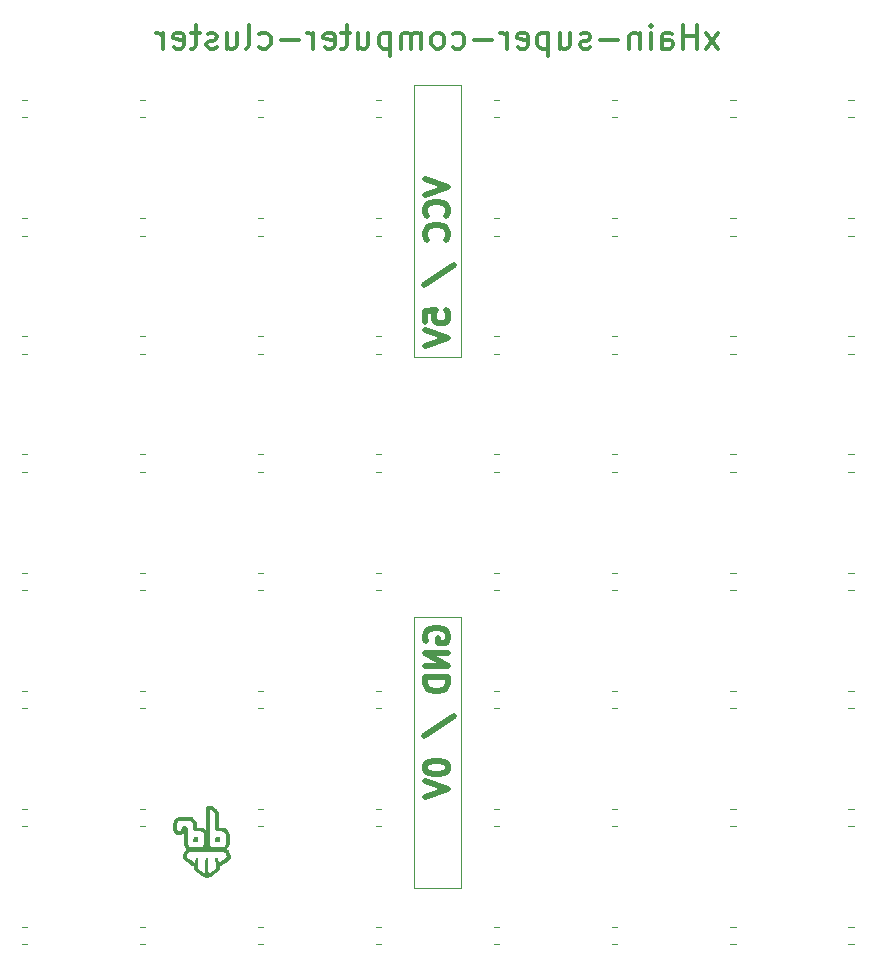
<source format=gbr>
%TF.GenerationSoftware,KiCad,Pcbnew,(5.1.9-0-10_14)*%
%TF.CreationDate,2022-01-06T22:40:05+01:00*%
%TF.ProjectId,8x8_supercomputer,3878385f-7375-4706-9572-636f6d707574,rev?*%
%TF.SameCoordinates,Original*%
%TF.FileFunction,Legend,Bot*%
%TF.FilePolarity,Positive*%
%FSLAX46Y46*%
G04 Gerber Fmt 4.6, Leading zero omitted, Abs format (unit mm)*
G04 Created by KiCad (PCBNEW (5.1.9-0-10_14)) date 2022-01-06 22:40:05*
%MOMM*%
%LPD*%
G01*
G04 APERTURE LIST*
%ADD10C,0.300000*%
%ADD11C,0.120000*%
%ADD12C,0.500000*%
%ADD13C,0.010000*%
G04 APERTURE END LIST*
D10*
X63761904Y-2904761D02*
X62714285Y-1571428D01*
X63761904Y-1571428D02*
X62714285Y-2904761D01*
X61952380Y-2904761D02*
X61952380Y-904761D01*
X61952380Y-1857142D02*
X60809523Y-1857142D01*
X60809523Y-2904761D02*
X60809523Y-904761D01*
X59000000Y-2904761D02*
X59000000Y-1857142D01*
X59095238Y-1666666D01*
X59285714Y-1571428D01*
X59666666Y-1571428D01*
X59857142Y-1666666D01*
X59000000Y-2809523D02*
X59190476Y-2904761D01*
X59666666Y-2904761D01*
X59857142Y-2809523D01*
X59952380Y-2619047D01*
X59952380Y-2428571D01*
X59857142Y-2238095D01*
X59666666Y-2142857D01*
X59190476Y-2142857D01*
X59000000Y-2047619D01*
X58047619Y-2904761D02*
X58047619Y-1571428D01*
X58047619Y-904761D02*
X58142857Y-1000000D01*
X58047619Y-1095238D01*
X57952380Y-1000000D01*
X58047619Y-904761D01*
X58047619Y-1095238D01*
X57095238Y-1571428D02*
X57095238Y-2904761D01*
X57095238Y-1761904D02*
X57000000Y-1666666D01*
X56809523Y-1571428D01*
X56523809Y-1571428D01*
X56333333Y-1666666D01*
X56238095Y-1857142D01*
X56238095Y-2904761D01*
X55285714Y-2142857D02*
X53761904Y-2142857D01*
X52904761Y-2809523D02*
X52714285Y-2904761D01*
X52333333Y-2904761D01*
X52142857Y-2809523D01*
X52047619Y-2619047D01*
X52047619Y-2523809D01*
X52142857Y-2333333D01*
X52333333Y-2238095D01*
X52619047Y-2238095D01*
X52809523Y-2142857D01*
X52904761Y-1952380D01*
X52904761Y-1857142D01*
X52809523Y-1666666D01*
X52619047Y-1571428D01*
X52333333Y-1571428D01*
X52142857Y-1666666D01*
X50333333Y-1571428D02*
X50333333Y-2904761D01*
X51190476Y-1571428D02*
X51190476Y-2619047D01*
X51095238Y-2809523D01*
X50904761Y-2904761D01*
X50619047Y-2904761D01*
X50428571Y-2809523D01*
X50333333Y-2714285D01*
X49380952Y-1571428D02*
X49380952Y-3571428D01*
X49380952Y-1666666D02*
X49190476Y-1571428D01*
X48809523Y-1571428D01*
X48619047Y-1666666D01*
X48523809Y-1761904D01*
X48428571Y-1952380D01*
X48428571Y-2523809D01*
X48523809Y-2714285D01*
X48619047Y-2809523D01*
X48809523Y-2904761D01*
X49190476Y-2904761D01*
X49380952Y-2809523D01*
X46809523Y-2809523D02*
X47000000Y-2904761D01*
X47380952Y-2904761D01*
X47571428Y-2809523D01*
X47666666Y-2619047D01*
X47666666Y-1857142D01*
X47571428Y-1666666D01*
X47380952Y-1571428D01*
X47000000Y-1571428D01*
X46809523Y-1666666D01*
X46714285Y-1857142D01*
X46714285Y-2047619D01*
X47666666Y-2238095D01*
X45857142Y-2904761D02*
X45857142Y-1571428D01*
X45857142Y-1952380D02*
X45761904Y-1761904D01*
X45666666Y-1666666D01*
X45476190Y-1571428D01*
X45285714Y-1571428D01*
X44619047Y-2142857D02*
X43095238Y-2142857D01*
X41285714Y-2809523D02*
X41476190Y-2904761D01*
X41857142Y-2904761D01*
X42047619Y-2809523D01*
X42142857Y-2714285D01*
X42238095Y-2523809D01*
X42238095Y-1952380D01*
X42142857Y-1761904D01*
X42047619Y-1666666D01*
X41857142Y-1571428D01*
X41476190Y-1571428D01*
X41285714Y-1666666D01*
X40142857Y-2904761D02*
X40333333Y-2809523D01*
X40428571Y-2714285D01*
X40523809Y-2523809D01*
X40523809Y-1952380D01*
X40428571Y-1761904D01*
X40333333Y-1666666D01*
X40142857Y-1571428D01*
X39857142Y-1571428D01*
X39666666Y-1666666D01*
X39571428Y-1761904D01*
X39476190Y-1952380D01*
X39476190Y-2523809D01*
X39571428Y-2714285D01*
X39666666Y-2809523D01*
X39857142Y-2904761D01*
X40142857Y-2904761D01*
X38619047Y-2904761D02*
X38619047Y-1571428D01*
X38619047Y-1761904D02*
X38523809Y-1666666D01*
X38333333Y-1571428D01*
X38047619Y-1571428D01*
X37857142Y-1666666D01*
X37761904Y-1857142D01*
X37761904Y-2904761D01*
X37761904Y-1857142D02*
X37666666Y-1666666D01*
X37476190Y-1571428D01*
X37190476Y-1571428D01*
X37000000Y-1666666D01*
X36904761Y-1857142D01*
X36904761Y-2904761D01*
X35952380Y-1571428D02*
X35952380Y-3571428D01*
X35952380Y-1666666D02*
X35761904Y-1571428D01*
X35380952Y-1571428D01*
X35190476Y-1666666D01*
X35095238Y-1761904D01*
X35000000Y-1952380D01*
X35000000Y-2523809D01*
X35095238Y-2714285D01*
X35190476Y-2809523D01*
X35380952Y-2904761D01*
X35761904Y-2904761D01*
X35952380Y-2809523D01*
X33285714Y-1571428D02*
X33285714Y-2904761D01*
X34142857Y-1571428D02*
X34142857Y-2619047D01*
X34047619Y-2809523D01*
X33857142Y-2904761D01*
X33571428Y-2904761D01*
X33380952Y-2809523D01*
X33285714Y-2714285D01*
X32619047Y-1571428D02*
X31857142Y-1571428D01*
X32333333Y-904761D02*
X32333333Y-2619047D01*
X32238095Y-2809523D01*
X32047619Y-2904761D01*
X31857142Y-2904761D01*
X30428571Y-2809523D02*
X30619047Y-2904761D01*
X31000000Y-2904761D01*
X31190476Y-2809523D01*
X31285714Y-2619047D01*
X31285714Y-1857142D01*
X31190476Y-1666666D01*
X31000000Y-1571428D01*
X30619047Y-1571428D01*
X30428571Y-1666666D01*
X30333333Y-1857142D01*
X30333333Y-2047619D01*
X31285714Y-2238095D01*
X29476190Y-2904761D02*
X29476190Y-1571428D01*
X29476190Y-1952380D02*
X29380952Y-1761904D01*
X29285714Y-1666666D01*
X29095238Y-1571428D01*
X28904761Y-1571428D01*
X28238095Y-2142857D02*
X26714285Y-2142857D01*
X24904761Y-2809523D02*
X25095238Y-2904761D01*
X25476190Y-2904761D01*
X25666666Y-2809523D01*
X25761904Y-2714285D01*
X25857142Y-2523809D01*
X25857142Y-1952380D01*
X25761904Y-1761904D01*
X25666666Y-1666666D01*
X25476190Y-1571428D01*
X25095238Y-1571428D01*
X24904761Y-1666666D01*
X23761904Y-2904761D02*
X23952380Y-2809523D01*
X24047619Y-2619047D01*
X24047619Y-904761D01*
X22142857Y-1571428D02*
X22142857Y-2904761D01*
X23000000Y-1571428D02*
X23000000Y-2619047D01*
X22904761Y-2809523D01*
X22714285Y-2904761D01*
X22428571Y-2904761D01*
X22238095Y-2809523D01*
X22142857Y-2714285D01*
X21285714Y-2809523D02*
X21095238Y-2904761D01*
X20714285Y-2904761D01*
X20523809Y-2809523D01*
X20428571Y-2619047D01*
X20428571Y-2523809D01*
X20523809Y-2333333D01*
X20714285Y-2238095D01*
X21000000Y-2238095D01*
X21190476Y-2142857D01*
X21285714Y-1952380D01*
X21285714Y-1857142D01*
X21190476Y-1666666D01*
X21000000Y-1571428D01*
X20714285Y-1571428D01*
X20523809Y-1666666D01*
X19857142Y-1571428D02*
X19095238Y-1571428D01*
X19571428Y-904761D02*
X19571428Y-2619047D01*
X19476190Y-2809523D01*
X19285714Y-2904761D01*
X19095238Y-2904761D01*
X17666666Y-2809523D02*
X17857142Y-2904761D01*
X18238095Y-2904761D01*
X18428571Y-2809523D01*
X18523809Y-2619047D01*
X18523809Y-1857142D01*
X18428571Y-1666666D01*
X18238095Y-1571428D01*
X17857142Y-1571428D01*
X17666666Y-1666666D01*
X17571428Y-1857142D01*
X17571428Y-2047619D01*
X18523809Y-2238095D01*
X16714285Y-2904761D02*
X16714285Y-1571428D01*
X16714285Y-1952380D02*
X16619047Y-1761904D01*
X16523809Y-1666666D01*
X16333333Y-1571428D01*
X16142857Y-1571428D01*
D11*
X38000000Y-74000000D02*
X38000000Y-51000000D01*
X42000000Y-74000000D02*
X38000000Y-74000000D01*
X42000000Y-51000000D02*
X42000000Y-74000000D01*
X38000000Y-51000000D02*
X42000000Y-51000000D01*
X38000000Y-29000000D02*
X38000000Y-6000000D01*
X42000000Y-29000000D02*
X38000000Y-29000000D01*
X42000000Y-6000000D02*
X42000000Y-29000000D01*
X38000000Y-6000000D02*
X42000000Y-6000000D01*
D12*
X39000000Y-53095238D02*
X38904761Y-52904761D01*
X38904761Y-52619047D01*
X39000000Y-52333333D01*
X39190476Y-52142857D01*
X39380952Y-52047619D01*
X39761904Y-51952380D01*
X40047619Y-51952380D01*
X40428571Y-52047619D01*
X40619047Y-52142857D01*
X40809523Y-52333333D01*
X40904761Y-52619047D01*
X40904761Y-52809523D01*
X40809523Y-53095238D01*
X40714285Y-53190476D01*
X40047619Y-53190476D01*
X40047619Y-52809523D01*
X40904761Y-54047619D02*
X38904761Y-54047619D01*
X40904761Y-55190476D01*
X38904761Y-55190476D01*
X40904761Y-56142857D02*
X38904761Y-56142857D01*
X38904761Y-56619047D01*
X39000000Y-56904761D01*
X39190476Y-57095238D01*
X39380952Y-57190476D01*
X39761904Y-57285714D01*
X40047619Y-57285714D01*
X40428571Y-57190476D01*
X40619047Y-57095238D01*
X40809523Y-56904761D01*
X40904761Y-56619047D01*
X40904761Y-56142857D01*
X38809523Y-61095238D02*
X41380952Y-59380952D01*
X38904761Y-63666666D02*
X38904761Y-63857142D01*
X39000000Y-64047619D01*
X39095238Y-64142857D01*
X39285714Y-64238095D01*
X39666666Y-64333333D01*
X40142857Y-64333333D01*
X40523809Y-64238095D01*
X40714285Y-64142857D01*
X40809523Y-64047619D01*
X40904761Y-63857142D01*
X40904761Y-63666666D01*
X40809523Y-63476190D01*
X40714285Y-63380952D01*
X40523809Y-63285714D01*
X40142857Y-63190476D01*
X39666666Y-63190476D01*
X39285714Y-63285714D01*
X39095238Y-63380952D01*
X39000000Y-63476190D01*
X38904761Y-63666666D01*
X38904761Y-64904761D02*
X40904761Y-65571428D01*
X38904761Y-66238095D01*
X38904761Y-13952380D02*
X40904761Y-14619047D01*
X38904761Y-15285714D01*
X40714285Y-17095238D02*
X40809523Y-17000000D01*
X40904761Y-16714285D01*
X40904761Y-16523809D01*
X40809523Y-16238095D01*
X40619047Y-16047619D01*
X40428571Y-15952380D01*
X40047619Y-15857142D01*
X39761904Y-15857142D01*
X39380952Y-15952380D01*
X39190476Y-16047619D01*
X39000000Y-16238095D01*
X38904761Y-16523809D01*
X38904761Y-16714285D01*
X39000000Y-17000000D01*
X39095238Y-17095238D01*
X40714285Y-19095238D02*
X40809523Y-19000000D01*
X40904761Y-18714285D01*
X40904761Y-18523809D01*
X40809523Y-18238095D01*
X40619047Y-18047619D01*
X40428571Y-17952380D01*
X40047619Y-17857142D01*
X39761904Y-17857142D01*
X39380952Y-17952380D01*
X39190476Y-18047619D01*
X39000000Y-18238095D01*
X38904761Y-18523809D01*
X38904761Y-18714285D01*
X39000000Y-19000000D01*
X39095238Y-19095238D01*
X38809523Y-22904761D02*
X41380952Y-21190476D01*
X38904761Y-26047619D02*
X38904761Y-25095238D01*
X39857142Y-25000000D01*
X39761904Y-25095238D01*
X39666666Y-25285714D01*
X39666666Y-25761904D01*
X39761904Y-25952380D01*
X39857142Y-26047619D01*
X40047619Y-26142857D01*
X40523809Y-26142857D01*
X40714285Y-26047619D01*
X40809523Y-25952380D01*
X40904761Y-25761904D01*
X40904761Y-25285714D01*
X40809523Y-25095238D01*
X40714285Y-25000000D01*
X38904761Y-26714285D02*
X40904761Y-27380952D01*
X38904761Y-28047619D01*
D11*
%TO.C,R1*%
X74772936Y-77265000D02*
X75227064Y-77265000D01*
X74772936Y-78735000D02*
X75227064Y-78735000D01*
X64772936Y-77265000D02*
X65227064Y-77265000D01*
X64772936Y-78735000D02*
X65227064Y-78735000D01*
X54772936Y-77265000D02*
X55227064Y-77265000D01*
X54772936Y-78735000D02*
X55227064Y-78735000D01*
X44772936Y-77265000D02*
X45227064Y-77265000D01*
X44772936Y-78735000D02*
X45227064Y-78735000D01*
X34772936Y-77265000D02*
X35227064Y-77265000D01*
X34772936Y-78735000D02*
X35227064Y-78735000D01*
X24772936Y-77265000D02*
X25227064Y-77265000D01*
X24772936Y-78735000D02*
X25227064Y-78735000D01*
X14772936Y-77265000D02*
X15227064Y-77265000D01*
X14772936Y-78735000D02*
X15227064Y-78735000D01*
X4772936Y-77265000D02*
X5227064Y-77265000D01*
X4772936Y-78735000D02*
X5227064Y-78735000D01*
X74772936Y-67265000D02*
X75227064Y-67265000D01*
X74772936Y-68735000D02*
X75227064Y-68735000D01*
X64772936Y-67265000D02*
X65227064Y-67265000D01*
X64772936Y-68735000D02*
X65227064Y-68735000D01*
X54772936Y-67265000D02*
X55227064Y-67265000D01*
X54772936Y-68735000D02*
X55227064Y-68735000D01*
X44772936Y-67265000D02*
X45227064Y-67265000D01*
X44772936Y-68735000D02*
X45227064Y-68735000D01*
X34772936Y-67265000D02*
X35227064Y-67265000D01*
X34772936Y-68735000D02*
X35227064Y-68735000D01*
X24772936Y-67265000D02*
X25227064Y-67265000D01*
X24772936Y-68735000D02*
X25227064Y-68735000D01*
X14772936Y-67265000D02*
X15227064Y-67265000D01*
X14772936Y-68735000D02*
X15227064Y-68735000D01*
X4772936Y-67265000D02*
X5227064Y-67265000D01*
X4772936Y-68735000D02*
X5227064Y-68735000D01*
X74772936Y-57265000D02*
X75227064Y-57265000D01*
X74772936Y-58735000D02*
X75227064Y-58735000D01*
X64772936Y-57265000D02*
X65227064Y-57265000D01*
X64772936Y-58735000D02*
X65227064Y-58735000D01*
X54772936Y-57265000D02*
X55227064Y-57265000D01*
X54772936Y-58735000D02*
X55227064Y-58735000D01*
X44772936Y-57265000D02*
X45227064Y-57265000D01*
X44772936Y-58735000D02*
X45227064Y-58735000D01*
X34772936Y-57265000D02*
X35227064Y-57265000D01*
X34772936Y-58735000D02*
X35227064Y-58735000D01*
X24772936Y-57265000D02*
X25227064Y-57265000D01*
X24772936Y-58735000D02*
X25227064Y-58735000D01*
X14772936Y-57265000D02*
X15227064Y-57265000D01*
X14772936Y-58735000D02*
X15227064Y-58735000D01*
X4772936Y-57265000D02*
X5227064Y-57265000D01*
X4772936Y-58735000D02*
X5227064Y-58735000D01*
X74772936Y-47265000D02*
X75227064Y-47265000D01*
X74772936Y-48735000D02*
X75227064Y-48735000D01*
X64772936Y-47265000D02*
X65227064Y-47265000D01*
X64772936Y-48735000D02*
X65227064Y-48735000D01*
X54772936Y-47265000D02*
X55227064Y-47265000D01*
X54772936Y-48735000D02*
X55227064Y-48735000D01*
X44772936Y-47265000D02*
X45227064Y-47265000D01*
X44772936Y-48735000D02*
X45227064Y-48735000D01*
X34772936Y-47265000D02*
X35227064Y-47265000D01*
X34772936Y-48735000D02*
X35227064Y-48735000D01*
X24772936Y-47265000D02*
X25227064Y-47265000D01*
X24772936Y-48735000D02*
X25227064Y-48735000D01*
X14772936Y-47265000D02*
X15227064Y-47265000D01*
X14772936Y-48735000D02*
X15227064Y-48735000D01*
X4772936Y-47265000D02*
X5227064Y-47265000D01*
X4772936Y-48735000D02*
X5227064Y-48735000D01*
X74772936Y-37265000D02*
X75227064Y-37265000D01*
X74772936Y-38735000D02*
X75227064Y-38735000D01*
X64772936Y-37265000D02*
X65227064Y-37265000D01*
X64772936Y-38735000D02*
X65227064Y-38735000D01*
X54772936Y-37265000D02*
X55227064Y-37265000D01*
X54772936Y-38735000D02*
X55227064Y-38735000D01*
X44772936Y-37265000D02*
X45227064Y-37265000D01*
X44772936Y-38735000D02*
X45227064Y-38735000D01*
X34772936Y-37265000D02*
X35227064Y-37265000D01*
X34772936Y-38735000D02*
X35227064Y-38735000D01*
X24772936Y-37265000D02*
X25227064Y-37265000D01*
X24772936Y-38735000D02*
X25227064Y-38735000D01*
X14772936Y-37265000D02*
X15227064Y-37265000D01*
X14772936Y-38735000D02*
X15227064Y-38735000D01*
X4772936Y-37265000D02*
X5227064Y-37265000D01*
X4772936Y-38735000D02*
X5227064Y-38735000D01*
X74772936Y-27265000D02*
X75227064Y-27265000D01*
X74772936Y-28735000D02*
X75227064Y-28735000D01*
X64772936Y-27265000D02*
X65227064Y-27265000D01*
X64772936Y-28735000D02*
X65227064Y-28735000D01*
X54772936Y-27265000D02*
X55227064Y-27265000D01*
X54772936Y-28735000D02*
X55227064Y-28735000D01*
X44772936Y-27265000D02*
X45227064Y-27265000D01*
X44772936Y-28735000D02*
X45227064Y-28735000D01*
X34772936Y-27265000D02*
X35227064Y-27265000D01*
X34772936Y-28735000D02*
X35227064Y-28735000D01*
X24772936Y-27265000D02*
X25227064Y-27265000D01*
X24772936Y-28735000D02*
X25227064Y-28735000D01*
X14772936Y-27265000D02*
X15227064Y-27265000D01*
X14772936Y-28735000D02*
X15227064Y-28735000D01*
X4772936Y-27265000D02*
X5227064Y-27265000D01*
X4772936Y-28735000D02*
X5227064Y-28735000D01*
X74772936Y-17265000D02*
X75227064Y-17265000D01*
X74772936Y-18735000D02*
X75227064Y-18735000D01*
X64772936Y-17265000D02*
X65227064Y-17265000D01*
X64772936Y-18735000D02*
X65227064Y-18735000D01*
X54772936Y-17265000D02*
X55227064Y-17265000D01*
X54772936Y-18735000D02*
X55227064Y-18735000D01*
X44772936Y-17265000D02*
X45227064Y-17265000D01*
X44772936Y-18735000D02*
X45227064Y-18735000D01*
X34772936Y-17265000D02*
X35227064Y-17265000D01*
X34772936Y-18735000D02*
X35227064Y-18735000D01*
X24772936Y-17265000D02*
X25227064Y-17265000D01*
X24772936Y-18735000D02*
X25227064Y-18735000D01*
X14772936Y-17265000D02*
X15227064Y-17265000D01*
X14772936Y-18735000D02*
X15227064Y-18735000D01*
X4772936Y-17265000D02*
X5227064Y-17265000D01*
X4772936Y-18735000D02*
X5227064Y-18735000D01*
X74772936Y-7265000D02*
X75227064Y-7265000D01*
X74772936Y-8735000D02*
X75227064Y-8735000D01*
X64772936Y-7265000D02*
X65227064Y-7265000D01*
X64772936Y-8735000D02*
X65227064Y-8735000D01*
X54772936Y-7265000D02*
X55227064Y-7265000D01*
X54772936Y-8735000D02*
X55227064Y-8735000D01*
X44772936Y-7265000D02*
X45227064Y-7265000D01*
X44772936Y-8735000D02*
X45227064Y-8735000D01*
X34772936Y-7265000D02*
X35227064Y-7265000D01*
X34772936Y-8735000D02*
X35227064Y-8735000D01*
X24772936Y-7265000D02*
X25227064Y-7265000D01*
X24772936Y-8735000D02*
X25227064Y-8735000D01*
X14772936Y-7265000D02*
X15227064Y-7265000D01*
X14772936Y-8735000D02*
X15227064Y-8735000D01*
X4772936Y-7265000D02*
X5227064Y-7265000D01*
X4772936Y-8735000D02*
X5227064Y-8735000D01*
D13*
%TO.C,Ref\u002A\u002A*%
G36*
X20475086Y-67060234D02*
G01*
X20445363Y-67083369D01*
X20422667Y-67112930D01*
X20406052Y-67159649D01*
X20394569Y-67234261D01*
X20387271Y-67347499D01*
X20383210Y-67510097D01*
X20381439Y-67732789D01*
X20381009Y-68026308D01*
X20381000Y-68125946D01*
X20381000Y-69125758D01*
X20285750Y-69039003D01*
X20145494Y-68932896D01*
X19998192Y-68876371D01*
X19809663Y-68857367D01*
X19769950Y-68857000D01*
X19534333Y-68857000D01*
X19534333Y-68643647D01*
X19501453Y-68390939D01*
X19404348Y-68189609D01*
X19245317Y-68043683D01*
X19168261Y-68003212D01*
X19068799Y-67965086D01*
X18964695Y-67941529D01*
X18834251Y-67930263D01*
X18655766Y-67929009D01*
X18496552Y-67932694D01*
X18253098Y-67944123D01*
X18075309Y-67966580D01*
X17944268Y-68007276D01*
X17841061Y-68073425D01*
X17746772Y-68172239D01*
X17695633Y-68238057D01*
X17638668Y-68363554D01*
X17601882Y-68542187D01*
X17586851Y-68744493D01*
X17595154Y-68941010D01*
X17628366Y-69102276D01*
X17647008Y-69146581D01*
X17765785Y-69291806D01*
X17929743Y-69379117D01*
X18117936Y-69403476D01*
X18309418Y-69359840D01*
X18380750Y-69323130D01*
X18518333Y-69239244D01*
X18518333Y-69747982D01*
X18524653Y-70035964D01*
X18545443Y-70252750D01*
X18583456Y-70410994D01*
X18641442Y-70523353D01*
X18700410Y-70585718D01*
X18740488Y-70630769D01*
X18725386Y-70676049D01*
X18666443Y-70733885D01*
X18597453Y-70828180D01*
X18533530Y-70969736D01*
X18481939Y-71132461D01*
X18449945Y-71290265D01*
X18444812Y-71417058D01*
X18460697Y-71472770D01*
X18514545Y-71526718D01*
X18621109Y-71612487D01*
X18761463Y-71716776D01*
X18916681Y-71826284D01*
X19067839Y-71927709D01*
X19196010Y-72007751D01*
X19282269Y-72053109D01*
X19290917Y-72056259D01*
X19345096Y-72104812D01*
X19364636Y-72214256D01*
X19365000Y-72239140D01*
X19370122Y-72321185D01*
X19392614Y-72391534D01*
X19443167Y-72461829D01*
X19532472Y-72543715D01*
X19671219Y-72648834D01*
X19869056Y-72788106D01*
X20026076Y-72893794D01*
X20140584Y-72958454D01*
X20237700Y-72991994D01*
X20342543Y-73004325D01*
X20420514Y-73005667D01*
X20538351Y-73001763D01*
X20634427Y-72983701D01*
X20732197Y-72941956D01*
X20855121Y-72867001D01*
X20991631Y-72773732D01*
X21185839Y-72637081D01*
X21320675Y-72536109D01*
X21406996Y-72459206D01*
X21455661Y-72394761D01*
X21477526Y-72331165D01*
X21483451Y-72256809D01*
X21483593Y-72247689D01*
X21488945Y-72173968D01*
X21511980Y-72115441D01*
X21566433Y-72057582D01*
X21666041Y-71985864D01*
X21824539Y-71885761D01*
X21827654Y-71883833D01*
X22060021Y-71736221D01*
X22226072Y-71620616D01*
X22334469Y-71529700D01*
X22393874Y-71456151D01*
X22412949Y-71392650D01*
X22413000Y-71389169D01*
X22405966Y-71335566D01*
X22144521Y-71335566D01*
X22117813Y-71387107D01*
X22049135Y-71450543D01*
X21926429Y-71538244D01*
X21831941Y-71601046D01*
X21681921Y-71696492D01*
X21556096Y-71770927D01*
X21472600Y-71813895D01*
X21451685Y-71820333D01*
X21416510Y-71782866D01*
X21376731Y-71686913D01*
X21354667Y-71608667D01*
X21311542Y-71475189D01*
X21264092Y-71404383D01*
X21244611Y-71397000D01*
X21210653Y-71414362D01*
X21192425Y-71473715D01*
X21189477Y-71585957D01*
X21201361Y-71761989D01*
X21221498Y-71958334D01*
X21234037Y-72108860D01*
X21236163Y-72226849D01*
X21227605Y-72286100D01*
X21178122Y-72334936D01*
X21079667Y-72412924D01*
X20952385Y-72506022D01*
X20816421Y-72600189D01*
X20691919Y-72681384D01*
X20599027Y-72735565D01*
X20561992Y-72750036D01*
X20540569Y-72726224D01*
X20524146Y-72647911D01*
X20511956Y-72507063D01*
X20503232Y-72295647D01*
X20498492Y-72085453D01*
X20493070Y-71831217D01*
X20486140Y-71649514D01*
X20476238Y-71528207D01*
X20461903Y-71455162D01*
X20441672Y-71418245D01*
X20416594Y-71405756D01*
X20389608Y-71408584D01*
X20369856Y-71436875D01*
X20355782Y-71502410D01*
X20345832Y-71616973D01*
X20338450Y-71792347D01*
X20332083Y-72040316D01*
X20331928Y-72047352D01*
X20325152Y-72274872D01*
X20315944Y-72471932D01*
X20305280Y-72623256D01*
X20294137Y-72713567D01*
X20288179Y-72731676D01*
X20243534Y-72721293D01*
X20146824Y-72669815D01*
X20014115Y-72586409D01*
X19916187Y-72519435D01*
X19742864Y-72391098D01*
X19637597Y-72297245D01*
X19594113Y-72231816D01*
X19593572Y-72207891D01*
X19605853Y-72135370D01*
X19621255Y-72002596D01*
X19637088Y-71833783D01*
X19642487Y-71767417D01*
X19654567Y-71587650D01*
X19655629Y-71476514D01*
X19644155Y-71418503D01*
X19618626Y-71398116D01*
X19606204Y-71397000D01*
X19550061Y-71435782D01*
X19511137Y-71534583D01*
X19477105Y-71686404D01*
X19444477Y-71778881D01*
X19398409Y-71814887D01*
X19324053Y-71797301D01*
X19206566Y-71728997D01*
X19048252Y-71624256D01*
X18897649Y-71520201D01*
X18777907Y-71430181D01*
X18704040Y-71365920D01*
X18687667Y-71342640D01*
X18701472Y-71258552D01*
X18735227Y-71135250D01*
X18777443Y-71009200D01*
X18816630Y-70916868D01*
X18827262Y-70899583D01*
X18858009Y-70884948D01*
X18930252Y-70873050D01*
X19050552Y-70863669D01*
X19225469Y-70856583D01*
X19461561Y-70851571D01*
X19765389Y-70848414D01*
X20143512Y-70846889D01*
X20399259Y-70846667D01*
X20814844Y-70846822D01*
X21153849Y-70847995D01*
X21424360Y-70851249D01*
X21634463Y-70857647D01*
X21792245Y-70868252D01*
X21905792Y-70884125D01*
X21983190Y-70906329D01*
X22032526Y-70935927D01*
X22061886Y-70973982D01*
X22079356Y-71021556D01*
X22090594Y-71068917D01*
X22120049Y-71196027D01*
X22141312Y-71283546D01*
X22144521Y-71335566D01*
X22405966Y-71335566D01*
X22394963Y-71251718D01*
X22348485Y-71083820D01*
X22285019Y-70917354D01*
X22216018Y-70784198D01*
X22177876Y-70734694D01*
X22118782Y-70656718D01*
X22122806Y-70610069D01*
X22123808Y-70609420D01*
X22201355Y-70518219D01*
X22262455Y-70362718D01*
X22305635Y-70161946D01*
X22329422Y-69934934D01*
X22331277Y-69786245D01*
X22074333Y-69786245D01*
X22068176Y-70058577D01*
X22042294Y-70257951D01*
X21985573Y-70395159D01*
X21886897Y-70480993D01*
X21735152Y-70526243D01*
X21519223Y-70541702D01*
X21297999Y-70539995D01*
X21094849Y-70534202D01*
X20958032Y-70525441D01*
X20869224Y-70509479D01*
X20810101Y-70482083D01*
X20762339Y-70439017D01*
X20737082Y-70410389D01*
X20635000Y-70291612D01*
X20635000Y-69802441D01*
X20211667Y-69802441D01*
X20206612Y-70067890D01*
X20183950Y-70262121D01*
X20132434Y-70395802D01*
X20040818Y-70479603D01*
X19897854Y-70524193D01*
X19692296Y-70540242D01*
X19435332Y-70538908D01*
X19232233Y-70533612D01*
X19095475Y-70525216D01*
X19006740Y-70509524D01*
X18947711Y-70482338D01*
X18900068Y-70439461D01*
X18874415Y-70410389D01*
X18836681Y-70363082D01*
X18809613Y-70313309D01*
X18791441Y-70246899D01*
X18780396Y-70149682D01*
X18774711Y-70007489D01*
X18772615Y-69806149D01*
X18772333Y-69592689D01*
X18769920Y-69352933D01*
X18763249Y-69138979D01*
X18753173Y-68966895D01*
X18740543Y-68852747D01*
X18731176Y-68816864D01*
X18647996Y-68725711D01*
X18549418Y-68705826D01*
X18455252Y-68751481D01*
X18385311Y-68856945D01*
X18367062Y-68922161D01*
X18310179Y-69062000D01*
X18200773Y-69136882D01*
X18079640Y-69153333D01*
X17967022Y-69133083D01*
X17893848Y-69064895D01*
X17853922Y-68937616D01*
X17841048Y-68740090D01*
X17841000Y-68723720D01*
X17844239Y-68562305D01*
X17859351Y-68457979D01*
X17894431Y-68383247D01*
X17957574Y-68310617D01*
X17964744Y-68303410D01*
X18022046Y-68249279D01*
X18076923Y-68213805D01*
X18148144Y-68193047D01*
X18254478Y-68183064D01*
X18414698Y-68179915D01*
X18554162Y-68179667D01*
X18761547Y-68181015D01*
X18903379Y-68187315D01*
X18998757Y-68201946D01*
X19066782Y-68228288D01*
X19126553Y-68269722D01*
X19143870Y-68284033D01*
X19211236Y-68350364D01*
X19252908Y-68426162D01*
X19278521Y-68537218D01*
X19296075Y-68691521D01*
X19312416Y-68844737D01*
X19328983Y-68963490D01*
X19342386Y-69023764D01*
X19343209Y-69025323D01*
X19391526Y-69043043D01*
X19502508Y-69062388D01*
X19654314Y-69079743D01*
X19691669Y-69082988D01*
X19866903Y-69101003D01*
X19980857Y-69125027D01*
X20056905Y-69162529D01*
X20116417Y-69218680D01*
X20158331Y-69273775D01*
X20185822Y-69336861D01*
X20201877Y-69426244D01*
X20209484Y-69560232D01*
X20211630Y-69757133D01*
X20211667Y-69802441D01*
X20635000Y-69802441D01*
X20635000Y-68769973D01*
X20635080Y-68371347D01*
X20635641Y-68049235D01*
X20637162Y-67795482D01*
X20640125Y-67601936D01*
X20645009Y-67460444D01*
X20652295Y-67362851D01*
X20662464Y-67301005D01*
X20675995Y-67266751D01*
X20693369Y-67251938D01*
X20715066Y-67248410D01*
X20724647Y-67248333D01*
X20803767Y-67277011D01*
X20909835Y-67350562D01*
X20978647Y-67412686D01*
X21143000Y-67577039D01*
X21143000Y-68214264D01*
X21145519Y-68446062D01*
X21152448Y-68654530D01*
X21162848Y-68821773D01*
X21175778Y-68929896D01*
X21181840Y-68953644D01*
X21210781Y-69007527D01*
X21260699Y-69041473D01*
X21351889Y-69062913D01*
X21504644Y-69079275D01*
X21531090Y-69081500D01*
X21698488Y-69098958D01*
X21807410Y-69123673D01*
X21884014Y-69165159D01*
X21954460Y-69232934D01*
X21957917Y-69236768D01*
X22011388Y-69301375D01*
X22045366Y-69365054D01*
X22064250Y-69448560D01*
X22072436Y-69572648D01*
X22074322Y-69758074D01*
X22074333Y-69786245D01*
X22331277Y-69786245D01*
X22332345Y-69700713D01*
X22312929Y-69478313D01*
X22269704Y-69286764D01*
X22233083Y-69197185D01*
X22102551Y-69018674D01*
X21925510Y-68907210D01*
X21695890Y-68859427D01*
X21619911Y-68857000D01*
X21397000Y-68857000D01*
X21397000Y-68245922D01*
X21394510Y-67966304D01*
X21384655Y-67755501D01*
X21363856Y-67597745D01*
X21328534Y-67477270D01*
X21275111Y-67378308D01*
X21200007Y-67285092D01*
X21172154Y-67255305D01*
X20982941Y-67094968D01*
X20796668Y-67008867D01*
X20621151Y-66999191D01*
X20475086Y-67060234D01*
G37*
X20475086Y-67060234D02*
X20445363Y-67083369D01*
X20422667Y-67112930D01*
X20406052Y-67159649D01*
X20394569Y-67234261D01*
X20387271Y-67347499D01*
X20383210Y-67510097D01*
X20381439Y-67732789D01*
X20381009Y-68026308D01*
X20381000Y-68125946D01*
X20381000Y-69125758D01*
X20285750Y-69039003D01*
X20145494Y-68932896D01*
X19998192Y-68876371D01*
X19809663Y-68857367D01*
X19769950Y-68857000D01*
X19534333Y-68857000D01*
X19534333Y-68643647D01*
X19501453Y-68390939D01*
X19404348Y-68189609D01*
X19245317Y-68043683D01*
X19168261Y-68003212D01*
X19068799Y-67965086D01*
X18964695Y-67941529D01*
X18834251Y-67930263D01*
X18655766Y-67929009D01*
X18496552Y-67932694D01*
X18253098Y-67944123D01*
X18075309Y-67966580D01*
X17944268Y-68007276D01*
X17841061Y-68073425D01*
X17746772Y-68172239D01*
X17695633Y-68238057D01*
X17638668Y-68363554D01*
X17601882Y-68542187D01*
X17586851Y-68744493D01*
X17595154Y-68941010D01*
X17628366Y-69102276D01*
X17647008Y-69146581D01*
X17765785Y-69291806D01*
X17929743Y-69379117D01*
X18117936Y-69403476D01*
X18309418Y-69359840D01*
X18380750Y-69323130D01*
X18518333Y-69239244D01*
X18518333Y-69747982D01*
X18524653Y-70035964D01*
X18545443Y-70252750D01*
X18583456Y-70410994D01*
X18641442Y-70523353D01*
X18700410Y-70585718D01*
X18740488Y-70630769D01*
X18725386Y-70676049D01*
X18666443Y-70733885D01*
X18597453Y-70828180D01*
X18533530Y-70969736D01*
X18481939Y-71132461D01*
X18449945Y-71290265D01*
X18444812Y-71417058D01*
X18460697Y-71472770D01*
X18514545Y-71526718D01*
X18621109Y-71612487D01*
X18761463Y-71716776D01*
X18916681Y-71826284D01*
X19067839Y-71927709D01*
X19196010Y-72007751D01*
X19282269Y-72053109D01*
X19290917Y-72056259D01*
X19345096Y-72104812D01*
X19364636Y-72214256D01*
X19365000Y-72239140D01*
X19370122Y-72321185D01*
X19392614Y-72391534D01*
X19443167Y-72461829D01*
X19532472Y-72543715D01*
X19671219Y-72648834D01*
X19869056Y-72788106D01*
X20026076Y-72893794D01*
X20140584Y-72958454D01*
X20237700Y-72991994D01*
X20342543Y-73004325D01*
X20420514Y-73005667D01*
X20538351Y-73001763D01*
X20634427Y-72983701D01*
X20732197Y-72941956D01*
X20855121Y-72867001D01*
X20991631Y-72773732D01*
X21185839Y-72637081D01*
X21320675Y-72536109D01*
X21406996Y-72459206D01*
X21455661Y-72394761D01*
X21477526Y-72331165D01*
X21483451Y-72256809D01*
X21483593Y-72247689D01*
X21488945Y-72173968D01*
X21511980Y-72115441D01*
X21566433Y-72057582D01*
X21666041Y-71985864D01*
X21824539Y-71885761D01*
X21827654Y-71883833D01*
X22060021Y-71736221D01*
X22226072Y-71620616D01*
X22334469Y-71529700D01*
X22393874Y-71456151D01*
X22412949Y-71392650D01*
X22413000Y-71389169D01*
X22405966Y-71335566D01*
X22144521Y-71335566D01*
X22117813Y-71387107D01*
X22049135Y-71450543D01*
X21926429Y-71538244D01*
X21831941Y-71601046D01*
X21681921Y-71696492D01*
X21556096Y-71770927D01*
X21472600Y-71813895D01*
X21451685Y-71820333D01*
X21416510Y-71782866D01*
X21376731Y-71686913D01*
X21354667Y-71608667D01*
X21311542Y-71475189D01*
X21264092Y-71404383D01*
X21244611Y-71397000D01*
X21210653Y-71414362D01*
X21192425Y-71473715D01*
X21189477Y-71585957D01*
X21201361Y-71761989D01*
X21221498Y-71958334D01*
X21234037Y-72108860D01*
X21236163Y-72226849D01*
X21227605Y-72286100D01*
X21178122Y-72334936D01*
X21079667Y-72412924D01*
X20952385Y-72506022D01*
X20816421Y-72600189D01*
X20691919Y-72681384D01*
X20599027Y-72735565D01*
X20561992Y-72750036D01*
X20540569Y-72726224D01*
X20524146Y-72647911D01*
X20511956Y-72507063D01*
X20503232Y-72295647D01*
X20498492Y-72085453D01*
X20493070Y-71831217D01*
X20486140Y-71649514D01*
X20476238Y-71528207D01*
X20461903Y-71455162D01*
X20441672Y-71418245D01*
X20416594Y-71405756D01*
X20389608Y-71408584D01*
X20369856Y-71436875D01*
X20355782Y-71502410D01*
X20345832Y-71616973D01*
X20338450Y-71792347D01*
X20332083Y-72040316D01*
X20331928Y-72047352D01*
X20325152Y-72274872D01*
X20315944Y-72471932D01*
X20305280Y-72623256D01*
X20294137Y-72713567D01*
X20288179Y-72731676D01*
X20243534Y-72721293D01*
X20146824Y-72669815D01*
X20014115Y-72586409D01*
X19916187Y-72519435D01*
X19742864Y-72391098D01*
X19637597Y-72297245D01*
X19594113Y-72231816D01*
X19593572Y-72207891D01*
X19605853Y-72135370D01*
X19621255Y-72002596D01*
X19637088Y-71833783D01*
X19642487Y-71767417D01*
X19654567Y-71587650D01*
X19655629Y-71476514D01*
X19644155Y-71418503D01*
X19618626Y-71398116D01*
X19606204Y-71397000D01*
X19550061Y-71435782D01*
X19511137Y-71534583D01*
X19477105Y-71686404D01*
X19444477Y-71778881D01*
X19398409Y-71814887D01*
X19324053Y-71797301D01*
X19206566Y-71728997D01*
X19048252Y-71624256D01*
X18897649Y-71520201D01*
X18777907Y-71430181D01*
X18704040Y-71365920D01*
X18687667Y-71342640D01*
X18701472Y-71258552D01*
X18735227Y-71135250D01*
X18777443Y-71009200D01*
X18816630Y-70916868D01*
X18827262Y-70899583D01*
X18858009Y-70884948D01*
X18930252Y-70873050D01*
X19050552Y-70863669D01*
X19225469Y-70856583D01*
X19461561Y-70851571D01*
X19765389Y-70848414D01*
X20143512Y-70846889D01*
X20399259Y-70846667D01*
X20814844Y-70846822D01*
X21153849Y-70847995D01*
X21424360Y-70851249D01*
X21634463Y-70857647D01*
X21792245Y-70868252D01*
X21905792Y-70884125D01*
X21983190Y-70906329D01*
X22032526Y-70935927D01*
X22061886Y-70973982D01*
X22079356Y-71021556D01*
X22090594Y-71068917D01*
X22120049Y-71196027D01*
X22141312Y-71283546D01*
X22144521Y-71335566D01*
X22405966Y-71335566D01*
X22394963Y-71251718D01*
X22348485Y-71083820D01*
X22285019Y-70917354D01*
X22216018Y-70784198D01*
X22177876Y-70734694D01*
X22118782Y-70656718D01*
X22122806Y-70610069D01*
X22123808Y-70609420D01*
X22201355Y-70518219D01*
X22262455Y-70362718D01*
X22305635Y-70161946D01*
X22329422Y-69934934D01*
X22331277Y-69786245D01*
X22074333Y-69786245D01*
X22068176Y-70058577D01*
X22042294Y-70257951D01*
X21985573Y-70395159D01*
X21886897Y-70480993D01*
X21735152Y-70526243D01*
X21519223Y-70541702D01*
X21297999Y-70539995D01*
X21094849Y-70534202D01*
X20958032Y-70525441D01*
X20869224Y-70509479D01*
X20810101Y-70482083D01*
X20762339Y-70439017D01*
X20737082Y-70410389D01*
X20635000Y-70291612D01*
X20635000Y-69802441D01*
X20211667Y-69802441D01*
X20206612Y-70067890D01*
X20183950Y-70262121D01*
X20132434Y-70395802D01*
X20040818Y-70479603D01*
X19897854Y-70524193D01*
X19692296Y-70540242D01*
X19435332Y-70538908D01*
X19232233Y-70533612D01*
X19095475Y-70525216D01*
X19006740Y-70509524D01*
X18947711Y-70482338D01*
X18900068Y-70439461D01*
X18874415Y-70410389D01*
X18836681Y-70363082D01*
X18809613Y-70313309D01*
X18791441Y-70246899D01*
X18780396Y-70149682D01*
X18774711Y-70007489D01*
X18772615Y-69806149D01*
X18772333Y-69592689D01*
X18769920Y-69352933D01*
X18763249Y-69138979D01*
X18753173Y-68966895D01*
X18740543Y-68852747D01*
X18731176Y-68816864D01*
X18647996Y-68725711D01*
X18549418Y-68705826D01*
X18455252Y-68751481D01*
X18385311Y-68856945D01*
X18367062Y-68922161D01*
X18310179Y-69062000D01*
X18200773Y-69136882D01*
X18079640Y-69153333D01*
X17967022Y-69133083D01*
X17893848Y-69064895D01*
X17853922Y-68937616D01*
X17841048Y-68740090D01*
X17841000Y-68723720D01*
X17844239Y-68562305D01*
X17859351Y-68457979D01*
X17894431Y-68383247D01*
X17957574Y-68310617D01*
X17964744Y-68303410D01*
X18022046Y-68249279D01*
X18076923Y-68213805D01*
X18148144Y-68193047D01*
X18254478Y-68183064D01*
X18414698Y-68179915D01*
X18554162Y-68179667D01*
X18761547Y-68181015D01*
X18903379Y-68187315D01*
X18998757Y-68201946D01*
X19066782Y-68228288D01*
X19126553Y-68269722D01*
X19143870Y-68284033D01*
X19211236Y-68350364D01*
X19252908Y-68426162D01*
X19278521Y-68537218D01*
X19296075Y-68691521D01*
X19312416Y-68844737D01*
X19328983Y-68963490D01*
X19342386Y-69023764D01*
X19343209Y-69025323D01*
X19391526Y-69043043D01*
X19502508Y-69062388D01*
X19654314Y-69079743D01*
X19691669Y-69082988D01*
X19866903Y-69101003D01*
X19980857Y-69125027D01*
X20056905Y-69162529D01*
X20116417Y-69218680D01*
X20158331Y-69273775D01*
X20185822Y-69336861D01*
X20201877Y-69426244D01*
X20209484Y-69560232D01*
X20211630Y-69757133D01*
X20211667Y-69802441D01*
X20635000Y-69802441D01*
X20635000Y-68769973D01*
X20635080Y-68371347D01*
X20635641Y-68049235D01*
X20637162Y-67795482D01*
X20640125Y-67601936D01*
X20645009Y-67460444D01*
X20652295Y-67362851D01*
X20662464Y-67301005D01*
X20675995Y-67266751D01*
X20693369Y-67251938D01*
X20715066Y-67248410D01*
X20724647Y-67248333D01*
X20803767Y-67277011D01*
X20909835Y-67350562D01*
X20978647Y-67412686D01*
X21143000Y-67577039D01*
X21143000Y-68214264D01*
X21145519Y-68446062D01*
X21152448Y-68654530D01*
X21162848Y-68821773D01*
X21175778Y-68929896D01*
X21181840Y-68953644D01*
X21210781Y-69007527D01*
X21260699Y-69041473D01*
X21351889Y-69062913D01*
X21504644Y-69079275D01*
X21531090Y-69081500D01*
X21698488Y-69098958D01*
X21807410Y-69123673D01*
X21884014Y-69165159D01*
X21954460Y-69232934D01*
X21957917Y-69236768D01*
X22011388Y-69301375D01*
X22045366Y-69365054D01*
X22064250Y-69448560D01*
X22072436Y-69572648D01*
X22074322Y-69758074D01*
X22074333Y-69786245D01*
X22331277Y-69786245D01*
X22332345Y-69700713D01*
X22312929Y-69478313D01*
X22269704Y-69286764D01*
X22233083Y-69197185D01*
X22102551Y-69018674D01*
X21925510Y-68907210D01*
X21695890Y-68859427D01*
X21619911Y-68857000D01*
X21397000Y-68857000D01*
X21397000Y-68245922D01*
X21394510Y-67966304D01*
X21384655Y-67755501D01*
X21363856Y-67597745D01*
X21328534Y-67477270D01*
X21275111Y-67378308D01*
X21200007Y-67285092D01*
X21172154Y-67255305D01*
X20982941Y-67094968D01*
X20796668Y-67008867D01*
X20621151Y-66999191D01*
X20475086Y-67060234D01*
G36*
X21225178Y-69667652D02*
G01*
X21156659Y-69747926D01*
X21156377Y-69877716D01*
X21158740Y-69887614D01*
X21188279Y-69960742D01*
X21246032Y-69992904D01*
X21357907Y-70000000D01*
X21528868Y-70000000D01*
X21515851Y-69820083D01*
X21503300Y-69707253D01*
X21473815Y-69655379D01*
X21406830Y-69640832D01*
X21359281Y-69640167D01*
X21225178Y-69667652D01*
G37*
X21225178Y-69667652D02*
X21156659Y-69747926D01*
X21156377Y-69877716D01*
X21158740Y-69887614D01*
X21188279Y-69960742D01*
X21246032Y-69992904D01*
X21357907Y-70000000D01*
X21528868Y-70000000D01*
X21515851Y-69820083D01*
X21503300Y-69707253D01*
X21473815Y-69655379D01*
X21406830Y-69640832D01*
X21359281Y-69640167D01*
X21225178Y-69667652D01*
G36*
X19398739Y-69645351D02*
G01*
X19353764Y-69676663D01*
X19335896Y-69757744D01*
X19330816Y-69820083D01*
X19317799Y-70000000D01*
X19666202Y-70000000D01*
X19653184Y-69820083D01*
X19640754Y-69707293D01*
X19611215Y-69655431D01*
X19543388Y-69640858D01*
X19492000Y-69640167D01*
X19398739Y-69645351D01*
G37*
X19398739Y-69645351D02*
X19353764Y-69676663D01*
X19335896Y-69757744D01*
X19330816Y-69820083D01*
X19317799Y-70000000D01*
X19666202Y-70000000D01*
X19653184Y-69820083D01*
X19640754Y-69707293D01*
X19611215Y-69655431D01*
X19543388Y-69640858D01*
X19492000Y-69640167D01*
X19398739Y-69645351D01*
%TD*%
M02*

</source>
